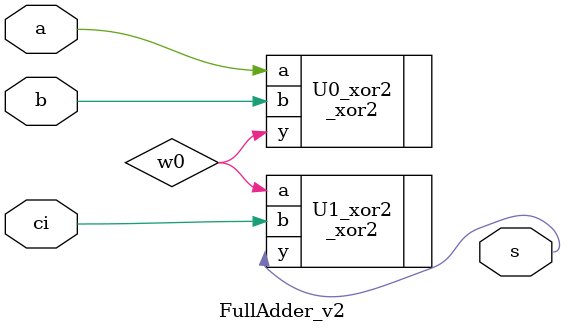
<source format=v>

module FullAdder_v2(a,b,ci,s); //Module of Full Adder version 2
input a,b,ci; //a,b : Variable for input binary signals //ci : Variable of input carry value for full adder
output s; //s : Output port for result

_xor2 U0_xor2(.a(a),.b(b),.y(w0)); //Add a to b
_xor2 U1_xor2(.a(w0),.b(ci),.y(s));

endmodule //End of module
</source>
